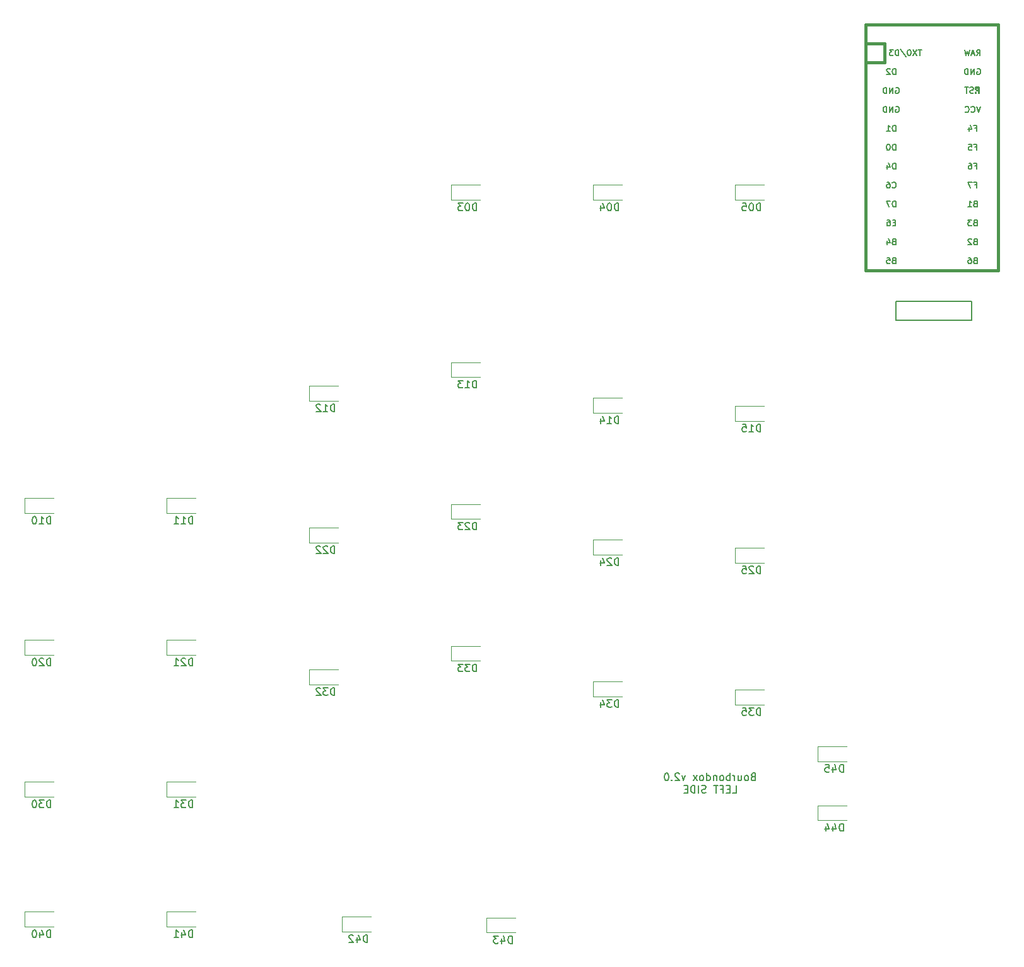
<source format=gbo>
G04 #@! TF.GenerationSoftware,KiCad,Pcbnew,5.1.10*
G04 #@! TF.CreationDate,2022-03-09T15:21:35-05:00*
G04 #@! TF.ProjectId,bourbondox2_left,626f7572-626f-46e6-946f-78325f6c6566,rev?*
G04 #@! TF.SameCoordinates,Original*
G04 #@! TF.FileFunction,Legend,Bot*
G04 #@! TF.FilePolarity,Positive*
%FSLAX46Y46*%
G04 Gerber Fmt 4.6, Leading zero omitted, Abs format (unit mm)*
G04 Created by KiCad (PCBNEW 5.1.10) date 2022-03-09 15:21:35*
%MOMM*%
%LPD*%
G01*
G04 APERTURE LIST*
%ADD10C,0.150000*%
%ADD11C,0.381000*%
%ADD12C,0.120000*%
G04 APERTURE END LIST*
D10*
X205786904Y-119753571D02*
X205644047Y-119801190D01*
X205596428Y-119848809D01*
X205548809Y-119944047D01*
X205548809Y-120086904D01*
X205596428Y-120182142D01*
X205644047Y-120229761D01*
X205739285Y-120277380D01*
X206120238Y-120277380D01*
X206120238Y-119277380D01*
X205786904Y-119277380D01*
X205691666Y-119325000D01*
X205644047Y-119372619D01*
X205596428Y-119467857D01*
X205596428Y-119563095D01*
X205644047Y-119658333D01*
X205691666Y-119705952D01*
X205786904Y-119753571D01*
X206120238Y-119753571D01*
X204977380Y-120277380D02*
X205072619Y-120229761D01*
X205120238Y-120182142D01*
X205167857Y-120086904D01*
X205167857Y-119801190D01*
X205120238Y-119705952D01*
X205072619Y-119658333D01*
X204977380Y-119610714D01*
X204834523Y-119610714D01*
X204739285Y-119658333D01*
X204691666Y-119705952D01*
X204644047Y-119801190D01*
X204644047Y-120086904D01*
X204691666Y-120182142D01*
X204739285Y-120229761D01*
X204834523Y-120277380D01*
X204977380Y-120277380D01*
X203786904Y-119610714D02*
X203786904Y-120277380D01*
X204215476Y-119610714D02*
X204215476Y-120134523D01*
X204167857Y-120229761D01*
X204072619Y-120277380D01*
X203929761Y-120277380D01*
X203834523Y-120229761D01*
X203786904Y-120182142D01*
X203310714Y-120277380D02*
X203310714Y-119610714D01*
X203310714Y-119801190D02*
X203263095Y-119705952D01*
X203215476Y-119658333D01*
X203120238Y-119610714D01*
X203025000Y-119610714D01*
X202691666Y-120277380D02*
X202691666Y-119277380D01*
X202691666Y-119658333D02*
X202596428Y-119610714D01*
X202405952Y-119610714D01*
X202310714Y-119658333D01*
X202263095Y-119705952D01*
X202215476Y-119801190D01*
X202215476Y-120086904D01*
X202263095Y-120182142D01*
X202310714Y-120229761D01*
X202405952Y-120277380D01*
X202596428Y-120277380D01*
X202691666Y-120229761D01*
X201644047Y-120277380D02*
X201739285Y-120229761D01*
X201786904Y-120182142D01*
X201834523Y-120086904D01*
X201834523Y-119801190D01*
X201786904Y-119705952D01*
X201739285Y-119658333D01*
X201644047Y-119610714D01*
X201501190Y-119610714D01*
X201405952Y-119658333D01*
X201358333Y-119705952D01*
X201310714Y-119801190D01*
X201310714Y-120086904D01*
X201358333Y-120182142D01*
X201405952Y-120229761D01*
X201501190Y-120277380D01*
X201644047Y-120277380D01*
X200882142Y-119610714D02*
X200882142Y-120277380D01*
X200882142Y-119705952D02*
X200834523Y-119658333D01*
X200739285Y-119610714D01*
X200596428Y-119610714D01*
X200501190Y-119658333D01*
X200453571Y-119753571D01*
X200453571Y-120277380D01*
X199548809Y-120277380D02*
X199548809Y-119277380D01*
X199548809Y-120229761D02*
X199644047Y-120277380D01*
X199834523Y-120277380D01*
X199929761Y-120229761D01*
X199977380Y-120182142D01*
X200025000Y-120086904D01*
X200025000Y-119801190D01*
X199977380Y-119705952D01*
X199929761Y-119658333D01*
X199834523Y-119610714D01*
X199644047Y-119610714D01*
X199548809Y-119658333D01*
X198929761Y-120277380D02*
X199025000Y-120229761D01*
X199072619Y-120182142D01*
X199120238Y-120086904D01*
X199120238Y-119801190D01*
X199072619Y-119705952D01*
X199025000Y-119658333D01*
X198929761Y-119610714D01*
X198786904Y-119610714D01*
X198691666Y-119658333D01*
X198644047Y-119705952D01*
X198596428Y-119801190D01*
X198596428Y-120086904D01*
X198644047Y-120182142D01*
X198691666Y-120229761D01*
X198786904Y-120277380D01*
X198929761Y-120277380D01*
X198263095Y-120277380D02*
X197739285Y-119610714D01*
X198263095Y-119610714D02*
X197739285Y-120277380D01*
X196691666Y-119610714D02*
X196453571Y-120277380D01*
X196215476Y-119610714D01*
X195882142Y-119372619D02*
X195834523Y-119325000D01*
X195739285Y-119277380D01*
X195501190Y-119277380D01*
X195405952Y-119325000D01*
X195358333Y-119372619D01*
X195310714Y-119467857D01*
X195310714Y-119563095D01*
X195358333Y-119705952D01*
X195929761Y-120277380D01*
X195310714Y-120277380D01*
X194882142Y-120182142D02*
X194834523Y-120229761D01*
X194882142Y-120277380D01*
X194929761Y-120229761D01*
X194882142Y-120182142D01*
X194882142Y-120277380D01*
X194215476Y-119277380D02*
X194120238Y-119277380D01*
X194025000Y-119325000D01*
X193977380Y-119372619D01*
X193929761Y-119467857D01*
X193882142Y-119658333D01*
X193882142Y-119896428D01*
X193929761Y-120086904D01*
X193977380Y-120182142D01*
X194025000Y-120229761D01*
X194120238Y-120277380D01*
X194215476Y-120277380D01*
X194310714Y-120229761D01*
X194358333Y-120182142D01*
X194405952Y-120086904D01*
X194453571Y-119896428D01*
X194453571Y-119658333D01*
X194405952Y-119467857D01*
X194358333Y-119372619D01*
X194310714Y-119325000D01*
X194215476Y-119277380D01*
X203025000Y-121927380D02*
X203501190Y-121927380D01*
X203501190Y-120927380D01*
X202691666Y-121403571D02*
X202358333Y-121403571D01*
X202215476Y-121927380D02*
X202691666Y-121927380D01*
X202691666Y-120927380D01*
X202215476Y-120927380D01*
X201453571Y-121403571D02*
X201786904Y-121403571D01*
X201786904Y-121927380D02*
X201786904Y-120927380D01*
X201310714Y-120927380D01*
X201072619Y-120927380D02*
X200501190Y-120927380D01*
X200786904Y-121927380D02*
X200786904Y-120927380D01*
X199453571Y-121879761D02*
X199310714Y-121927380D01*
X199072619Y-121927380D01*
X198977380Y-121879761D01*
X198929761Y-121832142D01*
X198882142Y-121736904D01*
X198882142Y-121641666D01*
X198929761Y-121546428D01*
X198977380Y-121498809D01*
X199072619Y-121451190D01*
X199263095Y-121403571D01*
X199358333Y-121355952D01*
X199405952Y-121308333D01*
X199453571Y-121213095D01*
X199453571Y-121117857D01*
X199405952Y-121022619D01*
X199358333Y-120975000D01*
X199263095Y-120927380D01*
X199025000Y-120927380D01*
X198882142Y-120975000D01*
X198453571Y-121927380D02*
X198453571Y-120927380D01*
X197977380Y-121927380D02*
X197977380Y-120927380D01*
X197739285Y-120927380D01*
X197596428Y-120975000D01*
X197501190Y-121070238D01*
X197453571Y-121165476D01*
X197405952Y-121355952D01*
X197405952Y-121498809D01*
X197453571Y-121689285D01*
X197501190Y-121784523D01*
X197596428Y-121879761D01*
X197739285Y-121927380D01*
X197977380Y-121927380D01*
X196977380Y-121403571D02*
X196644047Y-121403571D01*
X196501190Y-121927380D02*
X196977380Y-121927380D01*
X196977380Y-120927380D01*
X196501190Y-120927380D01*
D11*
G04 #@! TO.C,U1*
X223440000Y-21272500D02*
X220900000Y-21272500D01*
X238680000Y-18732500D02*
X220900000Y-18732500D01*
X220900000Y-18732500D02*
X220900000Y-51752500D01*
X220900000Y-51752500D02*
X238680000Y-51752500D01*
X238680000Y-51752500D02*
X238680000Y-18732500D01*
D10*
G36*
X235634635Y-27161530D02*
G01*
X235634635Y-27261530D01*
X236134635Y-27261530D01*
X236134635Y-27161530D01*
X235634635Y-27161530D01*
G37*
X235634635Y-27161530D02*
X235634635Y-27261530D01*
X236134635Y-27261530D01*
X236134635Y-27161530D01*
X235634635Y-27161530D01*
G36*
X235634635Y-27161530D02*
G01*
X235634635Y-27461530D01*
X235734635Y-27461530D01*
X235734635Y-27161530D01*
X235634635Y-27161530D01*
G37*
X235634635Y-27161530D02*
X235634635Y-27461530D01*
X235734635Y-27461530D01*
X235734635Y-27161530D01*
X235634635Y-27161530D01*
G36*
X235634635Y-27761530D02*
G01*
X235634635Y-27961530D01*
X235734635Y-27961530D01*
X235734635Y-27761530D01*
X235634635Y-27761530D01*
G37*
X235634635Y-27761530D02*
X235634635Y-27961530D01*
X235734635Y-27961530D01*
X235734635Y-27761530D01*
X235634635Y-27761530D01*
G36*
X236034635Y-27161530D02*
G01*
X236034635Y-27961530D01*
X236134635Y-27961530D01*
X236134635Y-27161530D01*
X236034635Y-27161530D01*
G37*
X236034635Y-27161530D02*
X236034635Y-27961530D01*
X236134635Y-27961530D01*
X236134635Y-27161530D01*
X236034635Y-27161530D01*
G36*
X235834635Y-27561530D02*
G01*
X235834635Y-27661530D01*
X235934635Y-27661530D01*
X235934635Y-27561530D01*
X235834635Y-27561530D01*
G37*
X235834635Y-27561530D02*
X235834635Y-27661530D01*
X235934635Y-27661530D01*
X235934635Y-27561530D01*
X235834635Y-27561530D01*
D11*
X223440000Y-21272500D02*
X223440000Y-23812500D01*
X223440000Y-23812500D02*
X220900000Y-23812500D01*
D10*
G04 #@! TO.C,OL1*
X224948750Y-58420000D02*
X224948750Y-55880000D01*
X235108750Y-58420000D02*
X224948750Y-58420000D01*
X235108750Y-55880000D02*
X235108750Y-58420000D01*
X224948750Y-55880000D02*
X235108750Y-55880000D01*
D12*
G04 #@! TO.C,D45*
X214443750Y-117681250D02*
X218343750Y-117681250D01*
X214443750Y-115681250D02*
X218343750Y-115681250D01*
X214443750Y-117681250D02*
X214443750Y-115681250D01*
G04 #@! TO.C,D44*
X214443750Y-125618750D02*
X218343750Y-125618750D01*
X214443750Y-123618750D02*
X218343750Y-123618750D01*
X214443750Y-125618750D02*
X214443750Y-123618750D01*
G04 #@! TO.C,D43*
X169993750Y-140700000D02*
X173893750Y-140700000D01*
X169993750Y-138700000D02*
X173893750Y-138700000D01*
X169993750Y-140700000D02*
X169993750Y-138700000D01*
G04 #@! TO.C,D42*
X150580000Y-140570000D02*
X154480000Y-140570000D01*
X150580000Y-138570000D02*
X154480000Y-138570000D01*
X150580000Y-140570000D02*
X150580000Y-138570000D01*
G04 #@! TO.C,D41*
X127114290Y-139911100D02*
X131014290Y-139911100D01*
X127114290Y-137911100D02*
X131014290Y-137911100D01*
X127114290Y-139911100D02*
X127114290Y-137911100D01*
G04 #@! TO.C,D40*
X108064290Y-139911100D02*
X111964290Y-139911100D01*
X108064290Y-137911100D02*
X111964290Y-137911100D01*
X108064290Y-139911100D02*
X108064290Y-137911100D01*
G04 #@! TO.C,D35*
X203331250Y-110063020D02*
X207231250Y-110063020D01*
X203331250Y-108063020D02*
X207231250Y-108063020D01*
X203331250Y-110063020D02*
X203331250Y-108063020D01*
G04 #@! TO.C,D34*
X184281250Y-108983020D02*
X188181250Y-108983020D01*
X184281250Y-106983020D02*
X188181250Y-106983020D01*
X184281250Y-108983020D02*
X184281250Y-106983020D01*
G04 #@! TO.C,D33*
X165231250Y-104187500D02*
X169131250Y-104187500D01*
X165231250Y-102187500D02*
X169131250Y-102187500D01*
X165231250Y-104187500D02*
X165231250Y-102187500D01*
G04 #@! TO.C,D32*
X146181250Y-107362500D02*
X150081250Y-107362500D01*
X146181250Y-105362500D02*
X150081250Y-105362500D01*
X146181250Y-107362500D02*
X146181250Y-105362500D01*
G04 #@! TO.C,D31*
X127118550Y-122452640D02*
X131018550Y-122452640D01*
X127118550Y-120452640D02*
X131018550Y-120452640D01*
X127118550Y-122452640D02*
X127118550Y-120452640D01*
G04 #@! TO.C,D30*
X108068550Y-122452640D02*
X111968550Y-122452640D01*
X108068550Y-120452640D02*
X111968550Y-120452640D01*
X108068550Y-122452640D02*
X108068550Y-120452640D01*
G04 #@! TO.C,D25*
X203331250Y-91013020D02*
X207231250Y-91013020D01*
X203331250Y-89013020D02*
X207231250Y-89013020D01*
X203331250Y-91013020D02*
X203331250Y-89013020D01*
G04 #@! TO.C,D24*
X184281250Y-89933020D02*
X188181250Y-89933020D01*
X184281250Y-87933020D02*
X188181250Y-87933020D01*
X184281250Y-89933020D02*
X184281250Y-87933020D01*
G04 #@! TO.C,D23*
X165231250Y-85137500D02*
X169131250Y-85137500D01*
X165231250Y-83137500D02*
X169131250Y-83137500D01*
X165231250Y-85137500D02*
X165231250Y-83137500D01*
G04 #@! TO.C,D22*
X146181250Y-88312500D02*
X150081250Y-88312500D01*
X146181250Y-86312500D02*
X150081250Y-86312500D01*
X146181250Y-88312500D02*
X146181250Y-86312500D01*
G04 #@! TO.C,D21*
X127118550Y-103402640D02*
X131018550Y-103402640D01*
X127118550Y-101402640D02*
X131018550Y-101402640D01*
X127118550Y-103402640D02*
X127118550Y-101402640D01*
G04 #@! TO.C,D20*
X108068550Y-103402640D02*
X111968550Y-103402640D01*
X108068550Y-101402640D02*
X111968550Y-101402640D01*
X108068550Y-103402640D02*
X108068550Y-101402640D01*
G04 #@! TO.C,D15*
X203331250Y-71963020D02*
X207231250Y-71963020D01*
X203331250Y-69963020D02*
X207231250Y-69963020D01*
X203331250Y-71963020D02*
X203331250Y-69963020D01*
G04 #@! TO.C,D14*
X184281250Y-70883020D02*
X188181250Y-70883020D01*
X184281250Y-68883020D02*
X188181250Y-68883020D01*
X184281250Y-70883020D02*
X184281250Y-68883020D01*
G04 #@! TO.C,D13*
X165231250Y-66087500D02*
X169131250Y-66087500D01*
X165231250Y-64087500D02*
X169131250Y-64087500D01*
X165231250Y-66087500D02*
X165231250Y-64087500D01*
G04 #@! TO.C,D12*
X146181250Y-69262500D02*
X150081250Y-69262500D01*
X146181250Y-67262500D02*
X150081250Y-67262500D01*
X146181250Y-69262500D02*
X146181250Y-67262500D01*
G04 #@! TO.C,D11*
X127118550Y-84352640D02*
X131018550Y-84352640D01*
X127118550Y-82352640D02*
X131018550Y-82352640D01*
X127118550Y-84352640D02*
X127118550Y-82352640D01*
G04 #@! TO.C,D10*
X108068550Y-84352640D02*
X111968550Y-84352640D01*
X108068550Y-82352640D02*
X111968550Y-82352640D01*
X108068550Y-84352640D02*
X108068550Y-82352640D01*
G04 #@! TO.C,D05*
X203331250Y-42275000D02*
X207231250Y-42275000D01*
X203331250Y-40275000D02*
X207231250Y-40275000D01*
X203331250Y-42275000D02*
X203331250Y-40275000D01*
G04 #@! TO.C,D04*
X184281250Y-42275000D02*
X188181250Y-42275000D01*
X184281250Y-40275000D02*
X188181250Y-40275000D01*
X184281250Y-42275000D02*
X184281250Y-40275000D01*
G04 #@! TO.C,D03*
X165231250Y-42275000D02*
X169131250Y-42275000D01*
X165231250Y-40275000D02*
X169131250Y-40275000D01*
X165231250Y-42275000D02*
X165231250Y-40275000D01*
G04 #@! TO.C,U1*
D10*
X235363333Y-27926309D02*
X235249047Y-27964404D01*
X235058571Y-27964404D01*
X234982380Y-27926309D01*
X234944285Y-27888214D01*
X234906190Y-27812023D01*
X234906190Y-27735833D01*
X234944285Y-27659642D01*
X234982380Y-27621547D01*
X235058571Y-27583452D01*
X235210952Y-27545357D01*
X235287142Y-27507261D01*
X235325238Y-27469166D01*
X235363333Y-27392976D01*
X235363333Y-27316785D01*
X235325238Y-27240595D01*
X235287142Y-27202500D01*
X235210952Y-27164404D01*
X235020476Y-27164404D01*
X234906190Y-27202500D01*
X234677619Y-27164404D02*
X234220476Y-27164404D01*
X234449047Y-27964404D02*
X234449047Y-27164404D01*
X228408604Y-22104404D02*
X227951461Y-22104404D01*
X228180032Y-22904404D02*
X228180032Y-22104404D01*
X227760985Y-22104404D02*
X227227651Y-22904404D01*
X227227651Y-22104404D02*
X227760985Y-22904404D01*
X226770508Y-22104404D02*
X226694318Y-22104404D01*
X226618128Y-22142500D01*
X226580032Y-22180595D01*
X226541937Y-22256785D01*
X226503842Y-22409166D01*
X226503842Y-22599642D01*
X226541937Y-22752023D01*
X226580032Y-22828214D01*
X226618128Y-22866309D01*
X226694318Y-22904404D01*
X226770508Y-22904404D01*
X226846699Y-22866309D01*
X226884794Y-22828214D01*
X226922889Y-22752023D01*
X226960985Y-22599642D01*
X226960985Y-22409166D01*
X226922889Y-22256785D01*
X226884794Y-22180595D01*
X226846699Y-22142500D01*
X226770508Y-22104404D01*
X225589556Y-22066309D02*
X226275270Y-23094880D01*
X225322889Y-22904404D02*
X225322889Y-22104404D01*
X225132413Y-22104404D01*
X225018128Y-22142500D01*
X224941937Y-22218690D01*
X224903842Y-22294880D01*
X224865747Y-22447261D01*
X224865747Y-22561547D01*
X224903842Y-22713928D01*
X224941937Y-22790119D01*
X225018128Y-22866309D01*
X225132413Y-22904404D01*
X225322889Y-22904404D01*
X224599080Y-22104404D02*
X224103842Y-22104404D01*
X224370508Y-22409166D01*
X224256223Y-22409166D01*
X224180032Y-22447261D01*
X224141937Y-22485357D01*
X224103842Y-22561547D01*
X224103842Y-22752023D01*
X224141937Y-22828214D01*
X224180032Y-22866309D01*
X224256223Y-22904404D01*
X224484794Y-22904404D01*
X224560985Y-22866309D01*
X224599080Y-22828214D01*
X235574809Y-47885357D02*
X235460523Y-47923452D01*
X235422428Y-47961547D01*
X235384333Y-48037738D01*
X235384333Y-48152023D01*
X235422428Y-48228214D01*
X235460523Y-48266309D01*
X235536714Y-48304404D01*
X235841476Y-48304404D01*
X235841476Y-47504404D01*
X235574809Y-47504404D01*
X235498619Y-47542500D01*
X235460523Y-47580595D01*
X235422428Y-47656785D01*
X235422428Y-47732976D01*
X235460523Y-47809166D01*
X235498619Y-47847261D01*
X235574809Y-47885357D01*
X235841476Y-47885357D01*
X235079571Y-47580595D02*
X235041476Y-47542500D01*
X234965285Y-47504404D01*
X234774809Y-47504404D01*
X234698619Y-47542500D01*
X234660523Y-47580595D01*
X234622428Y-47656785D01*
X234622428Y-47732976D01*
X234660523Y-47847261D01*
X235117666Y-48304404D01*
X234622428Y-48304404D01*
X235517666Y-40265357D02*
X235784333Y-40265357D01*
X235784333Y-40684404D02*
X235784333Y-39884404D01*
X235403380Y-39884404D01*
X235174809Y-39884404D02*
X234641476Y-39884404D01*
X234984333Y-40684404D01*
X235517666Y-37725357D02*
X235784333Y-37725357D01*
X235784333Y-38144404D02*
X235784333Y-37344404D01*
X235403380Y-37344404D01*
X234755761Y-37344404D02*
X234908142Y-37344404D01*
X234984333Y-37382500D01*
X235022428Y-37420595D01*
X235098619Y-37534880D01*
X235136714Y-37687261D01*
X235136714Y-37992023D01*
X235098619Y-38068214D01*
X235060523Y-38106309D01*
X234984333Y-38144404D01*
X234831952Y-38144404D01*
X234755761Y-38106309D01*
X234717666Y-38068214D01*
X234679571Y-37992023D01*
X234679571Y-37801547D01*
X234717666Y-37725357D01*
X234755761Y-37687261D01*
X234831952Y-37649166D01*
X234984333Y-37649166D01*
X235060523Y-37687261D01*
X235098619Y-37725357D01*
X235136714Y-37801547D01*
X235517666Y-35185357D02*
X235784333Y-35185357D01*
X235784333Y-35604404D02*
X235784333Y-34804404D01*
X235403380Y-34804404D01*
X234717666Y-34804404D02*
X235098619Y-34804404D01*
X235136714Y-35185357D01*
X235098619Y-35147261D01*
X235022428Y-35109166D01*
X234831952Y-35109166D01*
X234755761Y-35147261D01*
X234717666Y-35185357D01*
X234679571Y-35261547D01*
X234679571Y-35452023D01*
X234717666Y-35528214D01*
X234755761Y-35566309D01*
X234831952Y-35604404D01*
X235022428Y-35604404D01*
X235098619Y-35566309D01*
X235136714Y-35528214D01*
X235803380Y-22904404D02*
X236070047Y-22523452D01*
X236260523Y-22904404D02*
X236260523Y-22104404D01*
X235955761Y-22104404D01*
X235879571Y-22142500D01*
X235841476Y-22180595D01*
X235803380Y-22256785D01*
X235803380Y-22371071D01*
X235841476Y-22447261D01*
X235879571Y-22485357D01*
X235955761Y-22523452D01*
X236260523Y-22523452D01*
X235498619Y-22675833D02*
X235117666Y-22675833D01*
X235574809Y-22904404D02*
X235308142Y-22104404D01*
X235041476Y-22904404D01*
X234851000Y-22104404D02*
X234660523Y-22904404D01*
X234508142Y-22332976D01*
X234355761Y-22904404D01*
X234165285Y-22104404D01*
X235860523Y-24682500D02*
X235936714Y-24644404D01*
X236051000Y-24644404D01*
X236165285Y-24682500D01*
X236241476Y-24758690D01*
X236279571Y-24834880D01*
X236317666Y-24987261D01*
X236317666Y-25101547D01*
X236279571Y-25253928D01*
X236241476Y-25330119D01*
X236165285Y-25406309D01*
X236051000Y-25444404D01*
X235974809Y-25444404D01*
X235860523Y-25406309D01*
X235822428Y-25368214D01*
X235822428Y-25101547D01*
X235974809Y-25101547D01*
X235479571Y-25444404D02*
X235479571Y-24644404D01*
X235022428Y-25444404D01*
X235022428Y-24644404D01*
X234641476Y-25444404D02*
X234641476Y-24644404D01*
X234451000Y-24644404D01*
X234336714Y-24682500D01*
X234260523Y-24758690D01*
X234222428Y-24834880D01*
X234184333Y-24987261D01*
X234184333Y-25101547D01*
X234222428Y-25253928D01*
X234260523Y-25330119D01*
X234336714Y-25406309D01*
X234451000Y-25444404D01*
X234641476Y-25444404D01*
X236317666Y-29724404D02*
X236051000Y-30524404D01*
X235784333Y-29724404D01*
X235060523Y-30448214D02*
X235098619Y-30486309D01*
X235212904Y-30524404D01*
X235289095Y-30524404D01*
X235403380Y-30486309D01*
X235479571Y-30410119D01*
X235517666Y-30333928D01*
X235555761Y-30181547D01*
X235555761Y-30067261D01*
X235517666Y-29914880D01*
X235479571Y-29838690D01*
X235403380Y-29762500D01*
X235289095Y-29724404D01*
X235212904Y-29724404D01*
X235098619Y-29762500D01*
X235060523Y-29800595D01*
X234260523Y-30448214D02*
X234298619Y-30486309D01*
X234412904Y-30524404D01*
X234489095Y-30524404D01*
X234603380Y-30486309D01*
X234679571Y-30410119D01*
X234717666Y-30333928D01*
X234755761Y-30181547D01*
X234755761Y-30067261D01*
X234717666Y-29914880D01*
X234679571Y-29838690D01*
X234603380Y-29762500D01*
X234489095Y-29724404D01*
X234412904Y-29724404D01*
X234298619Y-29762500D01*
X234260523Y-29800595D01*
X235517666Y-32645357D02*
X235784333Y-32645357D01*
X235784333Y-33064404D02*
X235784333Y-32264404D01*
X235403380Y-32264404D01*
X234755761Y-32531071D02*
X234755761Y-33064404D01*
X234946238Y-32226309D02*
X235136714Y-32797738D01*
X234641476Y-32797738D01*
X235574809Y-42805357D02*
X235460523Y-42843452D01*
X235422428Y-42881547D01*
X235384333Y-42957738D01*
X235384333Y-43072023D01*
X235422428Y-43148214D01*
X235460523Y-43186309D01*
X235536714Y-43224404D01*
X235841476Y-43224404D01*
X235841476Y-42424404D01*
X235574809Y-42424404D01*
X235498619Y-42462500D01*
X235460523Y-42500595D01*
X235422428Y-42576785D01*
X235422428Y-42652976D01*
X235460523Y-42729166D01*
X235498619Y-42767261D01*
X235574809Y-42805357D01*
X235841476Y-42805357D01*
X234622428Y-43224404D02*
X235079571Y-43224404D01*
X234851000Y-43224404D02*
X234851000Y-42424404D01*
X234927190Y-42538690D01*
X235003380Y-42614880D01*
X235079571Y-42652976D01*
X235574809Y-45345357D02*
X235460523Y-45383452D01*
X235422428Y-45421547D01*
X235384333Y-45497738D01*
X235384333Y-45612023D01*
X235422428Y-45688214D01*
X235460523Y-45726309D01*
X235536714Y-45764404D01*
X235841476Y-45764404D01*
X235841476Y-44964404D01*
X235574809Y-44964404D01*
X235498619Y-45002500D01*
X235460523Y-45040595D01*
X235422428Y-45116785D01*
X235422428Y-45192976D01*
X235460523Y-45269166D01*
X235498619Y-45307261D01*
X235574809Y-45345357D01*
X235841476Y-45345357D01*
X235117666Y-44964404D02*
X234622428Y-44964404D01*
X234889095Y-45269166D01*
X234774809Y-45269166D01*
X234698619Y-45307261D01*
X234660523Y-45345357D01*
X234622428Y-45421547D01*
X234622428Y-45612023D01*
X234660523Y-45688214D01*
X234698619Y-45726309D01*
X234774809Y-45764404D01*
X235003380Y-45764404D01*
X235079571Y-45726309D01*
X235117666Y-45688214D01*
X235574809Y-50425357D02*
X235460523Y-50463452D01*
X235422428Y-50501547D01*
X235384333Y-50577738D01*
X235384333Y-50692023D01*
X235422428Y-50768214D01*
X235460523Y-50806309D01*
X235536714Y-50844404D01*
X235841476Y-50844404D01*
X235841476Y-50044404D01*
X235574809Y-50044404D01*
X235498619Y-50082500D01*
X235460523Y-50120595D01*
X235422428Y-50196785D01*
X235422428Y-50272976D01*
X235460523Y-50349166D01*
X235498619Y-50387261D01*
X235574809Y-50425357D01*
X235841476Y-50425357D01*
X234698619Y-50044404D02*
X234851000Y-50044404D01*
X234927190Y-50082500D01*
X234965285Y-50120595D01*
X235041476Y-50234880D01*
X235079571Y-50387261D01*
X235079571Y-50692023D01*
X235041476Y-50768214D01*
X235003380Y-50806309D01*
X234927190Y-50844404D01*
X234774809Y-50844404D01*
X234698619Y-50806309D01*
X234660523Y-50768214D01*
X234622428Y-50692023D01*
X234622428Y-50501547D01*
X234660523Y-50425357D01*
X234698619Y-50387261D01*
X234774809Y-50349166D01*
X234927190Y-50349166D01*
X235003380Y-50387261D01*
X235041476Y-50425357D01*
X235079571Y-50501547D01*
X224652809Y-50425357D02*
X224538523Y-50463452D01*
X224500428Y-50501547D01*
X224462333Y-50577738D01*
X224462333Y-50692023D01*
X224500428Y-50768214D01*
X224538523Y-50806309D01*
X224614714Y-50844404D01*
X224919476Y-50844404D01*
X224919476Y-50044404D01*
X224652809Y-50044404D01*
X224576619Y-50082500D01*
X224538523Y-50120595D01*
X224500428Y-50196785D01*
X224500428Y-50272976D01*
X224538523Y-50349166D01*
X224576619Y-50387261D01*
X224652809Y-50425357D01*
X224919476Y-50425357D01*
X223738523Y-50044404D02*
X224119476Y-50044404D01*
X224157571Y-50425357D01*
X224119476Y-50387261D01*
X224043285Y-50349166D01*
X223852809Y-50349166D01*
X223776619Y-50387261D01*
X223738523Y-50425357D01*
X223700428Y-50501547D01*
X223700428Y-50692023D01*
X223738523Y-50768214D01*
X223776619Y-50806309D01*
X223852809Y-50844404D01*
X224043285Y-50844404D01*
X224119476Y-50806309D01*
X224157571Y-50768214D01*
X224652809Y-47885357D02*
X224538523Y-47923452D01*
X224500428Y-47961547D01*
X224462333Y-48037738D01*
X224462333Y-48152023D01*
X224500428Y-48228214D01*
X224538523Y-48266309D01*
X224614714Y-48304404D01*
X224919476Y-48304404D01*
X224919476Y-47504404D01*
X224652809Y-47504404D01*
X224576619Y-47542500D01*
X224538523Y-47580595D01*
X224500428Y-47656785D01*
X224500428Y-47732976D01*
X224538523Y-47809166D01*
X224576619Y-47847261D01*
X224652809Y-47885357D01*
X224919476Y-47885357D01*
X223776619Y-47771071D02*
X223776619Y-48304404D01*
X223967095Y-47466309D02*
X224157571Y-48037738D01*
X223662333Y-48037738D01*
X224881380Y-45345357D02*
X224614714Y-45345357D01*
X224500428Y-45764404D02*
X224881380Y-45764404D01*
X224881380Y-44964404D01*
X224500428Y-44964404D01*
X223814714Y-44964404D02*
X223967095Y-44964404D01*
X224043285Y-45002500D01*
X224081380Y-45040595D01*
X224157571Y-45154880D01*
X224195666Y-45307261D01*
X224195666Y-45612023D01*
X224157571Y-45688214D01*
X224119476Y-45726309D01*
X224043285Y-45764404D01*
X223890904Y-45764404D01*
X223814714Y-45726309D01*
X223776619Y-45688214D01*
X223738523Y-45612023D01*
X223738523Y-45421547D01*
X223776619Y-45345357D01*
X223814714Y-45307261D01*
X223890904Y-45269166D01*
X224043285Y-45269166D01*
X224119476Y-45307261D01*
X224157571Y-45345357D01*
X224195666Y-45421547D01*
X224919476Y-43224404D02*
X224919476Y-42424404D01*
X224729000Y-42424404D01*
X224614714Y-42462500D01*
X224538523Y-42538690D01*
X224500428Y-42614880D01*
X224462333Y-42767261D01*
X224462333Y-42881547D01*
X224500428Y-43033928D01*
X224538523Y-43110119D01*
X224614714Y-43186309D01*
X224729000Y-43224404D01*
X224919476Y-43224404D01*
X224195666Y-42424404D02*
X223662333Y-42424404D01*
X224005190Y-43224404D01*
X224462333Y-40608214D02*
X224500428Y-40646309D01*
X224614714Y-40684404D01*
X224690904Y-40684404D01*
X224805190Y-40646309D01*
X224881380Y-40570119D01*
X224919476Y-40493928D01*
X224957571Y-40341547D01*
X224957571Y-40227261D01*
X224919476Y-40074880D01*
X224881380Y-39998690D01*
X224805190Y-39922500D01*
X224690904Y-39884404D01*
X224614714Y-39884404D01*
X224500428Y-39922500D01*
X224462333Y-39960595D01*
X223776619Y-39884404D02*
X223929000Y-39884404D01*
X224005190Y-39922500D01*
X224043285Y-39960595D01*
X224119476Y-40074880D01*
X224157571Y-40227261D01*
X224157571Y-40532023D01*
X224119476Y-40608214D01*
X224081380Y-40646309D01*
X224005190Y-40684404D01*
X223852809Y-40684404D01*
X223776619Y-40646309D01*
X223738523Y-40608214D01*
X223700428Y-40532023D01*
X223700428Y-40341547D01*
X223738523Y-40265357D01*
X223776619Y-40227261D01*
X223852809Y-40189166D01*
X224005190Y-40189166D01*
X224081380Y-40227261D01*
X224119476Y-40265357D01*
X224157571Y-40341547D01*
X224919476Y-38144404D02*
X224919476Y-37344404D01*
X224729000Y-37344404D01*
X224614714Y-37382500D01*
X224538523Y-37458690D01*
X224500428Y-37534880D01*
X224462333Y-37687261D01*
X224462333Y-37801547D01*
X224500428Y-37953928D01*
X224538523Y-38030119D01*
X224614714Y-38106309D01*
X224729000Y-38144404D01*
X224919476Y-38144404D01*
X223776619Y-37611071D02*
X223776619Y-38144404D01*
X223967095Y-37306309D02*
X224157571Y-37877738D01*
X223662333Y-37877738D01*
X224938523Y-27222500D02*
X225014714Y-27184404D01*
X225129000Y-27184404D01*
X225243285Y-27222500D01*
X225319476Y-27298690D01*
X225357571Y-27374880D01*
X225395666Y-27527261D01*
X225395666Y-27641547D01*
X225357571Y-27793928D01*
X225319476Y-27870119D01*
X225243285Y-27946309D01*
X225129000Y-27984404D01*
X225052809Y-27984404D01*
X224938523Y-27946309D01*
X224900428Y-27908214D01*
X224900428Y-27641547D01*
X225052809Y-27641547D01*
X224557571Y-27984404D02*
X224557571Y-27184404D01*
X224100428Y-27984404D01*
X224100428Y-27184404D01*
X223719476Y-27984404D02*
X223719476Y-27184404D01*
X223529000Y-27184404D01*
X223414714Y-27222500D01*
X223338523Y-27298690D01*
X223300428Y-27374880D01*
X223262333Y-27527261D01*
X223262333Y-27641547D01*
X223300428Y-27793928D01*
X223338523Y-27870119D01*
X223414714Y-27946309D01*
X223529000Y-27984404D01*
X223719476Y-27984404D01*
X224938523Y-29762500D02*
X225014714Y-29724404D01*
X225129000Y-29724404D01*
X225243285Y-29762500D01*
X225319476Y-29838690D01*
X225357571Y-29914880D01*
X225395666Y-30067261D01*
X225395666Y-30181547D01*
X225357571Y-30333928D01*
X225319476Y-30410119D01*
X225243285Y-30486309D01*
X225129000Y-30524404D01*
X225052809Y-30524404D01*
X224938523Y-30486309D01*
X224900428Y-30448214D01*
X224900428Y-30181547D01*
X225052809Y-30181547D01*
X224557571Y-30524404D02*
X224557571Y-29724404D01*
X224100428Y-30524404D01*
X224100428Y-29724404D01*
X223719476Y-30524404D02*
X223719476Y-29724404D01*
X223529000Y-29724404D01*
X223414714Y-29762500D01*
X223338523Y-29838690D01*
X223300428Y-29914880D01*
X223262333Y-30067261D01*
X223262333Y-30181547D01*
X223300428Y-30333928D01*
X223338523Y-30410119D01*
X223414714Y-30486309D01*
X223529000Y-30524404D01*
X223719476Y-30524404D01*
X224919476Y-33064404D02*
X224919476Y-32264404D01*
X224729000Y-32264404D01*
X224614714Y-32302500D01*
X224538523Y-32378690D01*
X224500428Y-32454880D01*
X224462333Y-32607261D01*
X224462333Y-32721547D01*
X224500428Y-32873928D01*
X224538523Y-32950119D01*
X224614714Y-33026309D01*
X224729000Y-33064404D01*
X224919476Y-33064404D01*
X223700428Y-33064404D02*
X224157571Y-33064404D01*
X223929000Y-33064404D02*
X223929000Y-32264404D01*
X224005190Y-32378690D01*
X224081380Y-32454880D01*
X224157571Y-32492976D01*
X224919476Y-35604404D02*
X224919476Y-34804404D01*
X224729000Y-34804404D01*
X224614714Y-34842500D01*
X224538523Y-34918690D01*
X224500428Y-34994880D01*
X224462333Y-35147261D01*
X224462333Y-35261547D01*
X224500428Y-35413928D01*
X224538523Y-35490119D01*
X224614714Y-35566309D01*
X224729000Y-35604404D01*
X224919476Y-35604404D01*
X223967095Y-34804404D02*
X223890904Y-34804404D01*
X223814714Y-34842500D01*
X223776619Y-34880595D01*
X223738523Y-34956785D01*
X223700428Y-35109166D01*
X223700428Y-35299642D01*
X223738523Y-35452023D01*
X223776619Y-35528214D01*
X223814714Y-35566309D01*
X223890904Y-35604404D01*
X223967095Y-35604404D01*
X224043285Y-35566309D01*
X224081380Y-35528214D01*
X224119476Y-35452023D01*
X224157571Y-35299642D01*
X224157571Y-35109166D01*
X224119476Y-34956785D01*
X224081380Y-34880595D01*
X224043285Y-34842500D01*
X223967095Y-34804404D01*
X224919476Y-25444404D02*
X224919476Y-24644404D01*
X224729000Y-24644404D01*
X224614714Y-24682500D01*
X224538523Y-24758690D01*
X224500428Y-24834880D01*
X224462333Y-24987261D01*
X224462333Y-25101547D01*
X224500428Y-25253928D01*
X224538523Y-25330119D01*
X224614714Y-25406309D01*
X224729000Y-25444404D01*
X224919476Y-25444404D01*
X224157571Y-24720595D02*
X224119476Y-24682500D01*
X224043285Y-24644404D01*
X223852809Y-24644404D01*
X223776619Y-24682500D01*
X223738523Y-24720595D01*
X223700428Y-24796785D01*
X223700428Y-24872976D01*
X223738523Y-24987261D01*
X224195666Y-25444404D01*
X223700428Y-25444404D01*
G04 #@! TO.C,D45*
X217908035Y-119133630D02*
X217908035Y-118133630D01*
X217669940Y-118133630D01*
X217527083Y-118181250D01*
X217431845Y-118276488D01*
X217384226Y-118371726D01*
X217336607Y-118562202D01*
X217336607Y-118705059D01*
X217384226Y-118895535D01*
X217431845Y-118990773D01*
X217527083Y-119086011D01*
X217669940Y-119133630D01*
X217908035Y-119133630D01*
X216479464Y-118466964D02*
X216479464Y-119133630D01*
X216717559Y-118086011D02*
X216955654Y-118800297D01*
X216336607Y-118800297D01*
X215479464Y-118133630D02*
X215955654Y-118133630D01*
X216003273Y-118609821D01*
X215955654Y-118562202D01*
X215860416Y-118514583D01*
X215622321Y-118514583D01*
X215527083Y-118562202D01*
X215479464Y-118609821D01*
X215431845Y-118705059D01*
X215431845Y-118943154D01*
X215479464Y-119038392D01*
X215527083Y-119086011D01*
X215622321Y-119133630D01*
X215860416Y-119133630D01*
X215955654Y-119086011D01*
X216003273Y-119038392D01*
G04 #@! TO.C,D44*
X217908035Y-127071130D02*
X217908035Y-126071130D01*
X217669940Y-126071130D01*
X217527083Y-126118750D01*
X217431845Y-126213988D01*
X217384226Y-126309226D01*
X217336607Y-126499702D01*
X217336607Y-126642559D01*
X217384226Y-126833035D01*
X217431845Y-126928273D01*
X217527083Y-127023511D01*
X217669940Y-127071130D01*
X217908035Y-127071130D01*
X216479464Y-126404464D02*
X216479464Y-127071130D01*
X216717559Y-126023511D02*
X216955654Y-126737797D01*
X216336607Y-126737797D01*
X215527083Y-126404464D02*
X215527083Y-127071130D01*
X215765178Y-126023511D02*
X216003273Y-126737797D01*
X215384226Y-126737797D01*
G04 #@! TO.C,D43*
X173458035Y-142152380D02*
X173458035Y-141152380D01*
X173219940Y-141152380D01*
X173077083Y-141200000D01*
X172981845Y-141295238D01*
X172934226Y-141390476D01*
X172886607Y-141580952D01*
X172886607Y-141723809D01*
X172934226Y-141914285D01*
X172981845Y-142009523D01*
X173077083Y-142104761D01*
X173219940Y-142152380D01*
X173458035Y-142152380D01*
X172029464Y-141485714D02*
X172029464Y-142152380D01*
X172267559Y-141104761D02*
X172505654Y-141819047D01*
X171886607Y-141819047D01*
X171600892Y-141152380D02*
X170981845Y-141152380D01*
X171315178Y-141533333D01*
X171172321Y-141533333D01*
X171077083Y-141580952D01*
X171029464Y-141628571D01*
X170981845Y-141723809D01*
X170981845Y-141961904D01*
X171029464Y-142057142D01*
X171077083Y-142104761D01*
X171172321Y-142152380D01*
X171458035Y-142152380D01*
X171553273Y-142104761D01*
X171600892Y-142057142D01*
G04 #@! TO.C,D42*
X154044285Y-142022380D02*
X154044285Y-141022380D01*
X153806190Y-141022380D01*
X153663333Y-141070000D01*
X153568095Y-141165238D01*
X153520476Y-141260476D01*
X153472857Y-141450952D01*
X153472857Y-141593809D01*
X153520476Y-141784285D01*
X153568095Y-141879523D01*
X153663333Y-141974761D01*
X153806190Y-142022380D01*
X154044285Y-142022380D01*
X152615714Y-141355714D02*
X152615714Y-142022380D01*
X152853809Y-140974761D02*
X153091904Y-141689047D01*
X152472857Y-141689047D01*
X152139523Y-141117619D02*
X152091904Y-141070000D01*
X151996666Y-141022380D01*
X151758571Y-141022380D01*
X151663333Y-141070000D01*
X151615714Y-141117619D01*
X151568095Y-141212857D01*
X151568095Y-141308095D01*
X151615714Y-141450952D01*
X152187142Y-142022380D01*
X151568095Y-142022380D01*
G04 #@! TO.C,D41*
X130578575Y-141363480D02*
X130578575Y-140363480D01*
X130340480Y-140363480D01*
X130197623Y-140411100D01*
X130102385Y-140506338D01*
X130054766Y-140601576D01*
X130007147Y-140792052D01*
X130007147Y-140934909D01*
X130054766Y-141125385D01*
X130102385Y-141220623D01*
X130197623Y-141315861D01*
X130340480Y-141363480D01*
X130578575Y-141363480D01*
X129150004Y-140696814D02*
X129150004Y-141363480D01*
X129388099Y-140315861D02*
X129626194Y-141030147D01*
X129007147Y-141030147D01*
X128102385Y-141363480D02*
X128673813Y-141363480D01*
X128388099Y-141363480D02*
X128388099Y-140363480D01*
X128483337Y-140506338D01*
X128578575Y-140601576D01*
X128673813Y-140649195D01*
G04 #@! TO.C,D40*
X111528575Y-141363480D02*
X111528575Y-140363480D01*
X111290480Y-140363480D01*
X111147623Y-140411100D01*
X111052385Y-140506338D01*
X111004766Y-140601576D01*
X110957147Y-140792052D01*
X110957147Y-140934909D01*
X111004766Y-141125385D01*
X111052385Y-141220623D01*
X111147623Y-141315861D01*
X111290480Y-141363480D01*
X111528575Y-141363480D01*
X110100004Y-140696814D02*
X110100004Y-141363480D01*
X110338099Y-140315861D02*
X110576194Y-141030147D01*
X109957147Y-141030147D01*
X109385718Y-140363480D02*
X109290480Y-140363480D01*
X109195242Y-140411100D01*
X109147623Y-140458719D01*
X109100004Y-140553957D01*
X109052385Y-140744433D01*
X109052385Y-140982528D01*
X109100004Y-141173004D01*
X109147623Y-141268242D01*
X109195242Y-141315861D01*
X109290480Y-141363480D01*
X109385718Y-141363480D01*
X109480956Y-141315861D01*
X109528575Y-141268242D01*
X109576194Y-141173004D01*
X109623813Y-140982528D01*
X109623813Y-140744433D01*
X109576194Y-140553957D01*
X109528575Y-140458719D01*
X109480956Y-140411100D01*
X109385718Y-140363480D01*
G04 #@! TO.C,D35*
X206795535Y-111515400D02*
X206795535Y-110515400D01*
X206557440Y-110515400D01*
X206414583Y-110563020D01*
X206319345Y-110658258D01*
X206271726Y-110753496D01*
X206224107Y-110943972D01*
X206224107Y-111086829D01*
X206271726Y-111277305D01*
X206319345Y-111372543D01*
X206414583Y-111467781D01*
X206557440Y-111515400D01*
X206795535Y-111515400D01*
X205890773Y-110515400D02*
X205271726Y-110515400D01*
X205605059Y-110896353D01*
X205462202Y-110896353D01*
X205366964Y-110943972D01*
X205319345Y-110991591D01*
X205271726Y-111086829D01*
X205271726Y-111324924D01*
X205319345Y-111420162D01*
X205366964Y-111467781D01*
X205462202Y-111515400D01*
X205747916Y-111515400D01*
X205843154Y-111467781D01*
X205890773Y-111420162D01*
X204366964Y-110515400D02*
X204843154Y-110515400D01*
X204890773Y-110991591D01*
X204843154Y-110943972D01*
X204747916Y-110896353D01*
X204509821Y-110896353D01*
X204414583Y-110943972D01*
X204366964Y-110991591D01*
X204319345Y-111086829D01*
X204319345Y-111324924D01*
X204366964Y-111420162D01*
X204414583Y-111467781D01*
X204509821Y-111515400D01*
X204747916Y-111515400D01*
X204843154Y-111467781D01*
X204890773Y-111420162D01*
G04 #@! TO.C,D34*
X187745535Y-110435400D02*
X187745535Y-109435400D01*
X187507440Y-109435400D01*
X187364583Y-109483020D01*
X187269345Y-109578258D01*
X187221726Y-109673496D01*
X187174107Y-109863972D01*
X187174107Y-110006829D01*
X187221726Y-110197305D01*
X187269345Y-110292543D01*
X187364583Y-110387781D01*
X187507440Y-110435400D01*
X187745535Y-110435400D01*
X186840773Y-109435400D02*
X186221726Y-109435400D01*
X186555059Y-109816353D01*
X186412202Y-109816353D01*
X186316964Y-109863972D01*
X186269345Y-109911591D01*
X186221726Y-110006829D01*
X186221726Y-110244924D01*
X186269345Y-110340162D01*
X186316964Y-110387781D01*
X186412202Y-110435400D01*
X186697916Y-110435400D01*
X186793154Y-110387781D01*
X186840773Y-110340162D01*
X185364583Y-109768734D02*
X185364583Y-110435400D01*
X185602678Y-109387781D02*
X185840773Y-110102067D01*
X185221726Y-110102067D01*
G04 #@! TO.C,D33*
X168695535Y-105639880D02*
X168695535Y-104639880D01*
X168457440Y-104639880D01*
X168314583Y-104687500D01*
X168219345Y-104782738D01*
X168171726Y-104877976D01*
X168124107Y-105068452D01*
X168124107Y-105211309D01*
X168171726Y-105401785D01*
X168219345Y-105497023D01*
X168314583Y-105592261D01*
X168457440Y-105639880D01*
X168695535Y-105639880D01*
X167790773Y-104639880D02*
X167171726Y-104639880D01*
X167505059Y-105020833D01*
X167362202Y-105020833D01*
X167266964Y-105068452D01*
X167219345Y-105116071D01*
X167171726Y-105211309D01*
X167171726Y-105449404D01*
X167219345Y-105544642D01*
X167266964Y-105592261D01*
X167362202Y-105639880D01*
X167647916Y-105639880D01*
X167743154Y-105592261D01*
X167790773Y-105544642D01*
X166838392Y-104639880D02*
X166219345Y-104639880D01*
X166552678Y-105020833D01*
X166409821Y-105020833D01*
X166314583Y-105068452D01*
X166266964Y-105116071D01*
X166219345Y-105211309D01*
X166219345Y-105449404D01*
X166266964Y-105544642D01*
X166314583Y-105592261D01*
X166409821Y-105639880D01*
X166695535Y-105639880D01*
X166790773Y-105592261D01*
X166838392Y-105544642D01*
G04 #@! TO.C,D32*
X149645535Y-108814880D02*
X149645535Y-107814880D01*
X149407440Y-107814880D01*
X149264583Y-107862500D01*
X149169345Y-107957738D01*
X149121726Y-108052976D01*
X149074107Y-108243452D01*
X149074107Y-108386309D01*
X149121726Y-108576785D01*
X149169345Y-108672023D01*
X149264583Y-108767261D01*
X149407440Y-108814880D01*
X149645535Y-108814880D01*
X148740773Y-107814880D02*
X148121726Y-107814880D01*
X148455059Y-108195833D01*
X148312202Y-108195833D01*
X148216964Y-108243452D01*
X148169345Y-108291071D01*
X148121726Y-108386309D01*
X148121726Y-108624404D01*
X148169345Y-108719642D01*
X148216964Y-108767261D01*
X148312202Y-108814880D01*
X148597916Y-108814880D01*
X148693154Y-108767261D01*
X148740773Y-108719642D01*
X147740773Y-107910119D02*
X147693154Y-107862500D01*
X147597916Y-107814880D01*
X147359821Y-107814880D01*
X147264583Y-107862500D01*
X147216964Y-107910119D01*
X147169345Y-108005357D01*
X147169345Y-108100595D01*
X147216964Y-108243452D01*
X147788392Y-108814880D01*
X147169345Y-108814880D01*
G04 #@! TO.C,D31*
X130582835Y-123905020D02*
X130582835Y-122905020D01*
X130344740Y-122905020D01*
X130201883Y-122952640D01*
X130106645Y-123047878D01*
X130059026Y-123143116D01*
X130011407Y-123333592D01*
X130011407Y-123476449D01*
X130059026Y-123666925D01*
X130106645Y-123762163D01*
X130201883Y-123857401D01*
X130344740Y-123905020D01*
X130582835Y-123905020D01*
X129678073Y-122905020D02*
X129059026Y-122905020D01*
X129392359Y-123285973D01*
X129249502Y-123285973D01*
X129154264Y-123333592D01*
X129106645Y-123381211D01*
X129059026Y-123476449D01*
X129059026Y-123714544D01*
X129106645Y-123809782D01*
X129154264Y-123857401D01*
X129249502Y-123905020D01*
X129535216Y-123905020D01*
X129630454Y-123857401D01*
X129678073Y-123809782D01*
X128106645Y-123905020D02*
X128678073Y-123905020D01*
X128392359Y-123905020D02*
X128392359Y-122905020D01*
X128487597Y-123047878D01*
X128582835Y-123143116D01*
X128678073Y-123190735D01*
G04 #@! TO.C,D30*
X111532835Y-123905020D02*
X111532835Y-122905020D01*
X111294740Y-122905020D01*
X111151883Y-122952640D01*
X111056645Y-123047878D01*
X111009026Y-123143116D01*
X110961407Y-123333592D01*
X110961407Y-123476449D01*
X111009026Y-123666925D01*
X111056645Y-123762163D01*
X111151883Y-123857401D01*
X111294740Y-123905020D01*
X111532835Y-123905020D01*
X110628073Y-122905020D02*
X110009026Y-122905020D01*
X110342359Y-123285973D01*
X110199502Y-123285973D01*
X110104264Y-123333592D01*
X110056645Y-123381211D01*
X110009026Y-123476449D01*
X110009026Y-123714544D01*
X110056645Y-123809782D01*
X110104264Y-123857401D01*
X110199502Y-123905020D01*
X110485216Y-123905020D01*
X110580454Y-123857401D01*
X110628073Y-123809782D01*
X109389978Y-122905020D02*
X109294740Y-122905020D01*
X109199502Y-122952640D01*
X109151883Y-123000259D01*
X109104264Y-123095497D01*
X109056645Y-123285973D01*
X109056645Y-123524068D01*
X109104264Y-123714544D01*
X109151883Y-123809782D01*
X109199502Y-123857401D01*
X109294740Y-123905020D01*
X109389978Y-123905020D01*
X109485216Y-123857401D01*
X109532835Y-123809782D01*
X109580454Y-123714544D01*
X109628073Y-123524068D01*
X109628073Y-123285973D01*
X109580454Y-123095497D01*
X109532835Y-123000259D01*
X109485216Y-122952640D01*
X109389978Y-122905020D01*
G04 #@! TO.C,D25*
X206795535Y-92465400D02*
X206795535Y-91465400D01*
X206557440Y-91465400D01*
X206414583Y-91513020D01*
X206319345Y-91608258D01*
X206271726Y-91703496D01*
X206224107Y-91893972D01*
X206224107Y-92036829D01*
X206271726Y-92227305D01*
X206319345Y-92322543D01*
X206414583Y-92417781D01*
X206557440Y-92465400D01*
X206795535Y-92465400D01*
X205843154Y-91560639D02*
X205795535Y-91513020D01*
X205700297Y-91465400D01*
X205462202Y-91465400D01*
X205366964Y-91513020D01*
X205319345Y-91560639D01*
X205271726Y-91655877D01*
X205271726Y-91751115D01*
X205319345Y-91893972D01*
X205890773Y-92465400D01*
X205271726Y-92465400D01*
X204366964Y-91465400D02*
X204843154Y-91465400D01*
X204890773Y-91941591D01*
X204843154Y-91893972D01*
X204747916Y-91846353D01*
X204509821Y-91846353D01*
X204414583Y-91893972D01*
X204366964Y-91941591D01*
X204319345Y-92036829D01*
X204319345Y-92274924D01*
X204366964Y-92370162D01*
X204414583Y-92417781D01*
X204509821Y-92465400D01*
X204747916Y-92465400D01*
X204843154Y-92417781D01*
X204890773Y-92370162D01*
G04 #@! TO.C,D24*
X187745535Y-91385400D02*
X187745535Y-90385400D01*
X187507440Y-90385400D01*
X187364583Y-90433020D01*
X187269345Y-90528258D01*
X187221726Y-90623496D01*
X187174107Y-90813972D01*
X187174107Y-90956829D01*
X187221726Y-91147305D01*
X187269345Y-91242543D01*
X187364583Y-91337781D01*
X187507440Y-91385400D01*
X187745535Y-91385400D01*
X186793154Y-90480639D02*
X186745535Y-90433020D01*
X186650297Y-90385400D01*
X186412202Y-90385400D01*
X186316964Y-90433020D01*
X186269345Y-90480639D01*
X186221726Y-90575877D01*
X186221726Y-90671115D01*
X186269345Y-90813972D01*
X186840773Y-91385400D01*
X186221726Y-91385400D01*
X185364583Y-90718734D02*
X185364583Y-91385400D01*
X185602678Y-90337781D02*
X185840773Y-91052067D01*
X185221726Y-91052067D01*
G04 #@! TO.C,D23*
X168695535Y-86589880D02*
X168695535Y-85589880D01*
X168457440Y-85589880D01*
X168314583Y-85637500D01*
X168219345Y-85732738D01*
X168171726Y-85827976D01*
X168124107Y-86018452D01*
X168124107Y-86161309D01*
X168171726Y-86351785D01*
X168219345Y-86447023D01*
X168314583Y-86542261D01*
X168457440Y-86589880D01*
X168695535Y-86589880D01*
X167743154Y-85685119D02*
X167695535Y-85637500D01*
X167600297Y-85589880D01*
X167362202Y-85589880D01*
X167266964Y-85637500D01*
X167219345Y-85685119D01*
X167171726Y-85780357D01*
X167171726Y-85875595D01*
X167219345Y-86018452D01*
X167790773Y-86589880D01*
X167171726Y-86589880D01*
X166838392Y-85589880D02*
X166219345Y-85589880D01*
X166552678Y-85970833D01*
X166409821Y-85970833D01*
X166314583Y-86018452D01*
X166266964Y-86066071D01*
X166219345Y-86161309D01*
X166219345Y-86399404D01*
X166266964Y-86494642D01*
X166314583Y-86542261D01*
X166409821Y-86589880D01*
X166695535Y-86589880D01*
X166790773Y-86542261D01*
X166838392Y-86494642D01*
G04 #@! TO.C,D22*
X149645535Y-89764880D02*
X149645535Y-88764880D01*
X149407440Y-88764880D01*
X149264583Y-88812500D01*
X149169345Y-88907738D01*
X149121726Y-89002976D01*
X149074107Y-89193452D01*
X149074107Y-89336309D01*
X149121726Y-89526785D01*
X149169345Y-89622023D01*
X149264583Y-89717261D01*
X149407440Y-89764880D01*
X149645535Y-89764880D01*
X148693154Y-88860119D02*
X148645535Y-88812500D01*
X148550297Y-88764880D01*
X148312202Y-88764880D01*
X148216964Y-88812500D01*
X148169345Y-88860119D01*
X148121726Y-88955357D01*
X148121726Y-89050595D01*
X148169345Y-89193452D01*
X148740773Y-89764880D01*
X148121726Y-89764880D01*
X147740773Y-88860119D02*
X147693154Y-88812500D01*
X147597916Y-88764880D01*
X147359821Y-88764880D01*
X147264583Y-88812500D01*
X147216964Y-88860119D01*
X147169345Y-88955357D01*
X147169345Y-89050595D01*
X147216964Y-89193452D01*
X147788392Y-89764880D01*
X147169345Y-89764880D01*
G04 #@! TO.C,D21*
X130582835Y-104855020D02*
X130582835Y-103855020D01*
X130344740Y-103855020D01*
X130201883Y-103902640D01*
X130106645Y-103997878D01*
X130059026Y-104093116D01*
X130011407Y-104283592D01*
X130011407Y-104426449D01*
X130059026Y-104616925D01*
X130106645Y-104712163D01*
X130201883Y-104807401D01*
X130344740Y-104855020D01*
X130582835Y-104855020D01*
X129630454Y-103950259D02*
X129582835Y-103902640D01*
X129487597Y-103855020D01*
X129249502Y-103855020D01*
X129154264Y-103902640D01*
X129106645Y-103950259D01*
X129059026Y-104045497D01*
X129059026Y-104140735D01*
X129106645Y-104283592D01*
X129678073Y-104855020D01*
X129059026Y-104855020D01*
X128106645Y-104855020D02*
X128678073Y-104855020D01*
X128392359Y-104855020D02*
X128392359Y-103855020D01*
X128487597Y-103997878D01*
X128582835Y-104093116D01*
X128678073Y-104140735D01*
G04 #@! TO.C,D20*
X111532835Y-104855020D02*
X111532835Y-103855020D01*
X111294740Y-103855020D01*
X111151883Y-103902640D01*
X111056645Y-103997878D01*
X111009026Y-104093116D01*
X110961407Y-104283592D01*
X110961407Y-104426449D01*
X111009026Y-104616925D01*
X111056645Y-104712163D01*
X111151883Y-104807401D01*
X111294740Y-104855020D01*
X111532835Y-104855020D01*
X110580454Y-103950259D02*
X110532835Y-103902640D01*
X110437597Y-103855020D01*
X110199502Y-103855020D01*
X110104264Y-103902640D01*
X110056645Y-103950259D01*
X110009026Y-104045497D01*
X110009026Y-104140735D01*
X110056645Y-104283592D01*
X110628073Y-104855020D01*
X110009026Y-104855020D01*
X109389978Y-103855020D02*
X109294740Y-103855020D01*
X109199502Y-103902640D01*
X109151883Y-103950259D01*
X109104264Y-104045497D01*
X109056645Y-104235973D01*
X109056645Y-104474068D01*
X109104264Y-104664544D01*
X109151883Y-104759782D01*
X109199502Y-104807401D01*
X109294740Y-104855020D01*
X109389978Y-104855020D01*
X109485216Y-104807401D01*
X109532835Y-104759782D01*
X109580454Y-104664544D01*
X109628073Y-104474068D01*
X109628073Y-104235973D01*
X109580454Y-104045497D01*
X109532835Y-103950259D01*
X109485216Y-103902640D01*
X109389978Y-103855020D01*
G04 #@! TO.C,D15*
X206795535Y-73415400D02*
X206795535Y-72415400D01*
X206557440Y-72415400D01*
X206414583Y-72463020D01*
X206319345Y-72558258D01*
X206271726Y-72653496D01*
X206224107Y-72843972D01*
X206224107Y-72986829D01*
X206271726Y-73177305D01*
X206319345Y-73272543D01*
X206414583Y-73367781D01*
X206557440Y-73415400D01*
X206795535Y-73415400D01*
X205271726Y-73415400D02*
X205843154Y-73415400D01*
X205557440Y-73415400D02*
X205557440Y-72415400D01*
X205652678Y-72558258D01*
X205747916Y-72653496D01*
X205843154Y-72701115D01*
X204366964Y-72415400D02*
X204843154Y-72415400D01*
X204890773Y-72891591D01*
X204843154Y-72843972D01*
X204747916Y-72796353D01*
X204509821Y-72796353D01*
X204414583Y-72843972D01*
X204366964Y-72891591D01*
X204319345Y-72986829D01*
X204319345Y-73224924D01*
X204366964Y-73320162D01*
X204414583Y-73367781D01*
X204509821Y-73415400D01*
X204747916Y-73415400D01*
X204843154Y-73367781D01*
X204890773Y-73320162D01*
G04 #@! TO.C,D14*
X187745535Y-72335400D02*
X187745535Y-71335400D01*
X187507440Y-71335400D01*
X187364583Y-71383020D01*
X187269345Y-71478258D01*
X187221726Y-71573496D01*
X187174107Y-71763972D01*
X187174107Y-71906829D01*
X187221726Y-72097305D01*
X187269345Y-72192543D01*
X187364583Y-72287781D01*
X187507440Y-72335400D01*
X187745535Y-72335400D01*
X186221726Y-72335400D02*
X186793154Y-72335400D01*
X186507440Y-72335400D02*
X186507440Y-71335400D01*
X186602678Y-71478258D01*
X186697916Y-71573496D01*
X186793154Y-71621115D01*
X185364583Y-71668734D02*
X185364583Y-72335400D01*
X185602678Y-71287781D02*
X185840773Y-72002067D01*
X185221726Y-72002067D01*
G04 #@! TO.C,D13*
X168695535Y-67539880D02*
X168695535Y-66539880D01*
X168457440Y-66539880D01*
X168314583Y-66587500D01*
X168219345Y-66682738D01*
X168171726Y-66777976D01*
X168124107Y-66968452D01*
X168124107Y-67111309D01*
X168171726Y-67301785D01*
X168219345Y-67397023D01*
X168314583Y-67492261D01*
X168457440Y-67539880D01*
X168695535Y-67539880D01*
X167171726Y-67539880D02*
X167743154Y-67539880D01*
X167457440Y-67539880D02*
X167457440Y-66539880D01*
X167552678Y-66682738D01*
X167647916Y-66777976D01*
X167743154Y-66825595D01*
X166838392Y-66539880D02*
X166219345Y-66539880D01*
X166552678Y-66920833D01*
X166409821Y-66920833D01*
X166314583Y-66968452D01*
X166266964Y-67016071D01*
X166219345Y-67111309D01*
X166219345Y-67349404D01*
X166266964Y-67444642D01*
X166314583Y-67492261D01*
X166409821Y-67539880D01*
X166695535Y-67539880D01*
X166790773Y-67492261D01*
X166838392Y-67444642D01*
G04 #@! TO.C,D12*
X149645535Y-70714880D02*
X149645535Y-69714880D01*
X149407440Y-69714880D01*
X149264583Y-69762500D01*
X149169345Y-69857738D01*
X149121726Y-69952976D01*
X149074107Y-70143452D01*
X149074107Y-70286309D01*
X149121726Y-70476785D01*
X149169345Y-70572023D01*
X149264583Y-70667261D01*
X149407440Y-70714880D01*
X149645535Y-70714880D01*
X148121726Y-70714880D02*
X148693154Y-70714880D01*
X148407440Y-70714880D02*
X148407440Y-69714880D01*
X148502678Y-69857738D01*
X148597916Y-69952976D01*
X148693154Y-70000595D01*
X147740773Y-69810119D02*
X147693154Y-69762500D01*
X147597916Y-69714880D01*
X147359821Y-69714880D01*
X147264583Y-69762500D01*
X147216964Y-69810119D01*
X147169345Y-69905357D01*
X147169345Y-70000595D01*
X147216964Y-70143452D01*
X147788392Y-70714880D01*
X147169345Y-70714880D01*
G04 #@! TO.C,D11*
X130582835Y-85805020D02*
X130582835Y-84805020D01*
X130344740Y-84805020D01*
X130201883Y-84852640D01*
X130106645Y-84947878D01*
X130059026Y-85043116D01*
X130011407Y-85233592D01*
X130011407Y-85376449D01*
X130059026Y-85566925D01*
X130106645Y-85662163D01*
X130201883Y-85757401D01*
X130344740Y-85805020D01*
X130582835Y-85805020D01*
X129059026Y-85805020D02*
X129630454Y-85805020D01*
X129344740Y-85805020D02*
X129344740Y-84805020D01*
X129439978Y-84947878D01*
X129535216Y-85043116D01*
X129630454Y-85090735D01*
X128106645Y-85805020D02*
X128678073Y-85805020D01*
X128392359Y-85805020D02*
X128392359Y-84805020D01*
X128487597Y-84947878D01*
X128582835Y-85043116D01*
X128678073Y-85090735D01*
G04 #@! TO.C,D10*
X111532835Y-85805020D02*
X111532835Y-84805020D01*
X111294740Y-84805020D01*
X111151883Y-84852640D01*
X111056645Y-84947878D01*
X111009026Y-85043116D01*
X110961407Y-85233592D01*
X110961407Y-85376449D01*
X111009026Y-85566925D01*
X111056645Y-85662163D01*
X111151883Y-85757401D01*
X111294740Y-85805020D01*
X111532835Y-85805020D01*
X110009026Y-85805020D02*
X110580454Y-85805020D01*
X110294740Y-85805020D02*
X110294740Y-84805020D01*
X110389978Y-84947878D01*
X110485216Y-85043116D01*
X110580454Y-85090735D01*
X109389978Y-84805020D02*
X109294740Y-84805020D01*
X109199502Y-84852640D01*
X109151883Y-84900259D01*
X109104264Y-84995497D01*
X109056645Y-85185973D01*
X109056645Y-85424068D01*
X109104264Y-85614544D01*
X109151883Y-85709782D01*
X109199502Y-85757401D01*
X109294740Y-85805020D01*
X109389978Y-85805020D01*
X109485216Y-85757401D01*
X109532835Y-85709782D01*
X109580454Y-85614544D01*
X109628073Y-85424068D01*
X109628073Y-85185973D01*
X109580454Y-84995497D01*
X109532835Y-84900259D01*
X109485216Y-84852640D01*
X109389978Y-84805020D01*
G04 #@! TO.C,D05*
X206795535Y-43727380D02*
X206795535Y-42727380D01*
X206557440Y-42727380D01*
X206414583Y-42775000D01*
X206319345Y-42870238D01*
X206271726Y-42965476D01*
X206224107Y-43155952D01*
X206224107Y-43298809D01*
X206271726Y-43489285D01*
X206319345Y-43584523D01*
X206414583Y-43679761D01*
X206557440Y-43727380D01*
X206795535Y-43727380D01*
X205605059Y-42727380D02*
X205509821Y-42727380D01*
X205414583Y-42775000D01*
X205366964Y-42822619D01*
X205319345Y-42917857D01*
X205271726Y-43108333D01*
X205271726Y-43346428D01*
X205319345Y-43536904D01*
X205366964Y-43632142D01*
X205414583Y-43679761D01*
X205509821Y-43727380D01*
X205605059Y-43727380D01*
X205700297Y-43679761D01*
X205747916Y-43632142D01*
X205795535Y-43536904D01*
X205843154Y-43346428D01*
X205843154Y-43108333D01*
X205795535Y-42917857D01*
X205747916Y-42822619D01*
X205700297Y-42775000D01*
X205605059Y-42727380D01*
X204366964Y-42727380D02*
X204843154Y-42727380D01*
X204890773Y-43203571D01*
X204843154Y-43155952D01*
X204747916Y-43108333D01*
X204509821Y-43108333D01*
X204414583Y-43155952D01*
X204366964Y-43203571D01*
X204319345Y-43298809D01*
X204319345Y-43536904D01*
X204366964Y-43632142D01*
X204414583Y-43679761D01*
X204509821Y-43727380D01*
X204747916Y-43727380D01*
X204843154Y-43679761D01*
X204890773Y-43632142D01*
G04 #@! TO.C,D04*
X187745535Y-43727380D02*
X187745535Y-42727380D01*
X187507440Y-42727380D01*
X187364583Y-42775000D01*
X187269345Y-42870238D01*
X187221726Y-42965476D01*
X187174107Y-43155952D01*
X187174107Y-43298809D01*
X187221726Y-43489285D01*
X187269345Y-43584523D01*
X187364583Y-43679761D01*
X187507440Y-43727380D01*
X187745535Y-43727380D01*
X186555059Y-42727380D02*
X186459821Y-42727380D01*
X186364583Y-42775000D01*
X186316964Y-42822619D01*
X186269345Y-42917857D01*
X186221726Y-43108333D01*
X186221726Y-43346428D01*
X186269345Y-43536904D01*
X186316964Y-43632142D01*
X186364583Y-43679761D01*
X186459821Y-43727380D01*
X186555059Y-43727380D01*
X186650297Y-43679761D01*
X186697916Y-43632142D01*
X186745535Y-43536904D01*
X186793154Y-43346428D01*
X186793154Y-43108333D01*
X186745535Y-42917857D01*
X186697916Y-42822619D01*
X186650297Y-42775000D01*
X186555059Y-42727380D01*
X185364583Y-43060714D02*
X185364583Y-43727380D01*
X185602678Y-42679761D02*
X185840773Y-43394047D01*
X185221726Y-43394047D01*
G04 #@! TO.C,D03*
X168695535Y-43727380D02*
X168695535Y-42727380D01*
X168457440Y-42727380D01*
X168314583Y-42775000D01*
X168219345Y-42870238D01*
X168171726Y-42965476D01*
X168124107Y-43155952D01*
X168124107Y-43298809D01*
X168171726Y-43489285D01*
X168219345Y-43584523D01*
X168314583Y-43679761D01*
X168457440Y-43727380D01*
X168695535Y-43727380D01*
X167505059Y-42727380D02*
X167409821Y-42727380D01*
X167314583Y-42775000D01*
X167266964Y-42822619D01*
X167219345Y-42917857D01*
X167171726Y-43108333D01*
X167171726Y-43346428D01*
X167219345Y-43536904D01*
X167266964Y-43632142D01*
X167314583Y-43679761D01*
X167409821Y-43727380D01*
X167505059Y-43727380D01*
X167600297Y-43679761D01*
X167647916Y-43632142D01*
X167695535Y-43536904D01*
X167743154Y-43346428D01*
X167743154Y-43108333D01*
X167695535Y-42917857D01*
X167647916Y-42822619D01*
X167600297Y-42775000D01*
X167505059Y-42727380D01*
X166838392Y-42727380D02*
X166219345Y-42727380D01*
X166552678Y-43108333D01*
X166409821Y-43108333D01*
X166314583Y-43155952D01*
X166266964Y-43203571D01*
X166219345Y-43298809D01*
X166219345Y-43536904D01*
X166266964Y-43632142D01*
X166314583Y-43679761D01*
X166409821Y-43727380D01*
X166695535Y-43727380D01*
X166790773Y-43679761D01*
X166838392Y-43632142D01*
G04 #@! TD*
M02*

</source>
